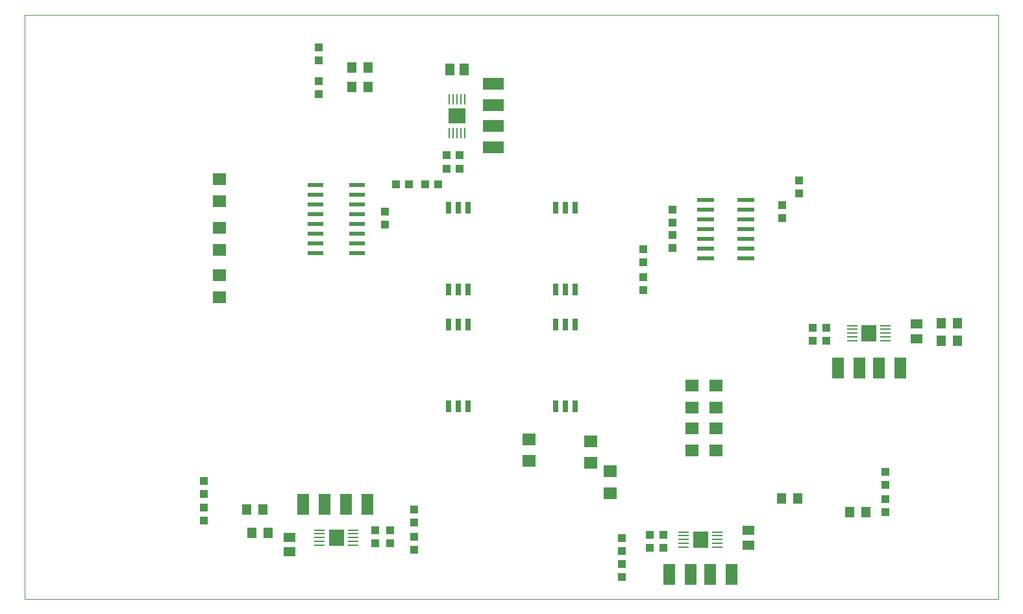
<source format=gtp>
G04 #@! TF.GenerationSoftware,KiCad,Pcbnew,(2018-01-07 revision 6cee19d37)-makepkg*
G04 #@! TF.CreationDate,2018-01-30T19:24:48-07:00*
G04 #@! TF.ProjectId,Copper Receiver Module,436F7070657220526563656976657220,0.1*
G04 #@! TF.SameCoordinates,Original*
G04 #@! TF.FileFunction,Paste,Top*
G04 #@! TF.FilePolarity,Positive*
%FSLAX46Y46*%
G04 Gerber Fmt 4.6, Leading zero omitted, Abs format (unit mm)*
G04 Created by KiCad (PCBNEW (2018-01-07 revision 6cee19d37)-makepkg) date 01/30/18 19:24:48*
%MOMM*%
%LPD*%
G01*
G04 APERTURE LIST*
%ADD10C,0.100000*%
%ADD11R,2.700000X1.600000*%
%ADD12R,1.600000X2.700000*%
%ADD13R,1.200000X1.350000*%
%ADD14R,2.159000X1.930400*%
%ADD15R,0.279400X1.397000*%
%ADD16R,1.100000X1.000000*%
%ADD17R,1.000000X1.100000*%
%ADD18R,1.300000X1.500000*%
%ADD19R,1.500000X1.300000*%
%ADD20R,1.930400X2.159000*%
%ADD21R,1.397000X0.279400*%
%ADD22R,2.057400X0.609600*%
%ADD23R,2.200000X0.600000*%
%ADD24R,0.762000X1.524000*%
%ADD25R,1.803000X1.600000*%
G04 APERTURE END LIST*
D10*
X190500000Y-50800000D02*
X63500000Y-50800000D01*
X190500000Y-127000000D02*
X190500000Y-50800000D01*
X63500000Y-127000000D02*
X190500000Y-127000000D01*
X63500000Y-50800000D02*
X63500000Y-127000000D01*
G36*
X120967500Y-63042800D02*
X118808500Y-63042800D01*
X118808500Y-64973200D01*
X120967500Y-64973200D01*
X120967500Y-63042800D01*
G37*
G36*
X152603200Y-120332500D02*
X152603200Y-118173500D01*
X150672800Y-118173500D01*
X150672800Y-120332500D01*
X152603200Y-120332500D01*
G37*
G36*
X103174800Y-117919500D02*
X103174800Y-120078500D01*
X105105200Y-120078500D01*
X105105200Y-117919500D01*
X103174800Y-117919500D01*
G37*
G36*
X174574200Y-93408500D02*
X174574200Y-91249500D01*
X172643800Y-91249500D01*
X172643800Y-93408500D01*
X174574200Y-93408500D01*
G37*
D11*
X124587000Y-65275000D03*
X124587000Y-68075000D03*
D12*
X172339000Y-96901000D03*
X169539000Y-96901000D03*
X150371000Y-123825000D03*
X147571000Y-123825000D03*
X105407000Y-114681000D03*
X108207000Y-114681000D03*
D13*
X106188000Y-57658000D03*
X108288000Y-57658000D03*
D14*
X119888000Y-64008000D03*
D15*
X120888759Y-66192400D03*
X120388381Y-66192400D03*
X119888000Y-66192400D03*
X119387619Y-66192400D03*
X118887241Y-66192400D03*
X118887241Y-61823600D03*
X119387619Y-61823600D03*
X119888000Y-61823600D03*
X120388381Y-61823600D03*
X120888759Y-61823600D03*
D16*
X141351000Y-124167000D03*
X141351000Y-122467000D03*
D17*
X175768000Y-110402000D03*
X175768000Y-112102000D03*
X86868000Y-116801000D03*
X86868000Y-115101000D03*
X101854000Y-61175000D03*
X101854000Y-59475000D03*
D16*
X117436000Y-72898000D03*
X115736000Y-72898000D03*
D17*
X144145000Y-81358000D03*
X144145000Y-83058000D03*
X141351000Y-119038000D03*
X141351000Y-120738000D03*
X114300000Y-115316000D03*
X114300000Y-117016000D03*
X111125000Y-118022000D03*
X111125000Y-119722000D03*
X145034000Y-120357000D03*
X145034000Y-118657000D03*
X166243000Y-93306000D03*
X166243000Y-91606000D03*
D16*
X120230000Y-70866000D03*
X118530000Y-70866000D03*
D11*
X124587000Y-62614000D03*
X124587000Y-59814000D03*
D18*
X118938000Y-57912000D03*
X120838000Y-57912000D03*
D19*
X179832000Y-91125000D03*
X179832000Y-93025000D03*
D12*
X174876000Y-96901000D03*
X177676000Y-96901000D03*
X152905000Y-123825000D03*
X155705000Y-123825000D03*
D19*
X157861000Y-118049000D03*
X157861000Y-119949000D03*
X98044000Y-120838000D03*
X98044000Y-118938000D03*
D12*
X102619000Y-114681000D03*
X99819000Y-114681000D03*
D20*
X151638000Y-119253000D03*
D21*
X149453600Y-120253759D03*
X149453600Y-119753381D03*
X149453600Y-119253000D03*
X149453600Y-118752619D03*
X149453600Y-118252241D03*
X153822400Y-118252241D03*
X153822400Y-118752619D03*
X153822400Y-119253000D03*
X153822400Y-119753381D03*
X153822400Y-120253759D03*
D20*
X104140000Y-118999000D03*
D21*
X106324400Y-117998241D03*
X106324400Y-118498619D03*
X106324400Y-118999000D03*
X106324400Y-119499381D03*
X106324400Y-119999759D03*
X101955600Y-119999759D03*
X101955600Y-119499381D03*
X101955600Y-118999000D03*
X101955600Y-118498619D03*
X101955600Y-117998241D03*
D20*
X173609000Y-92329000D03*
D21*
X171424600Y-93329759D03*
X171424600Y-92829381D03*
X171424600Y-92329000D03*
X171424600Y-91828619D03*
X171424600Y-91328241D03*
X175793400Y-91328241D03*
X175793400Y-91828619D03*
X175793400Y-92329000D03*
X175793400Y-92829381D03*
X175793400Y-93329759D03*
D22*
X106840000Y-73025000D03*
X106840000Y-74295000D03*
X106840000Y-75565000D03*
X106840000Y-76835000D03*
X106840000Y-78105000D03*
X106840000Y-79375000D03*
X106840000Y-80645000D03*
X106840000Y-81915000D03*
X101440000Y-81915000D03*
X101440000Y-80645000D03*
X101440000Y-79375000D03*
X101440000Y-78105000D03*
X101440000Y-76835000D03*
X101440000Y-75565000D03*
X101440000Y-74295000D03*
X101440000Y-73025000D03*
D23*
X157540000Y-82550000D03*
X157540000Y-80010000D03*
X152340000Y-82550000D03*
X152340000Y-80010000D03*
X157540000Y-81280000D03*
X152340000Y-81280000D03*
X157540000Y-78740000D03*
X157540000Y-77470000D03*
X157540000Y-74930000D03*
X152340000Y-78740000D03*
X152340000Y-77470000D03*
X152340000Y-74930000D03*
X157540000Y-76200000D03*
X152340000Y-76200000D03*
D24*
X118745000Y-75965000D03*
X120015000Y-75965000D03*
X121285000Y-75965000D03*
X132715000Y-86595000D03*
X133985000Y-86595000D03*
X135255000Y-86595000D03*
X135255000Y-75965000D03*
X133985000Y-75965000D03*
X132715000Y-75965000D03*
X121285000Y-86595000D03*
X120015000Y-86595000D03*
X118745000Y-86595000D03*
X118745000Y-91205000D03*
X120015000Y-91205000D03*
X121285000Y-91205000D03*
X132715000Y-101835000D03*
X133985000Y-101835000D03*
X135255000Y-101835000D03*
X135255000Y-91205000D03*
X133985000Y-91205000D03*
X132715000Y-91205000D03*
X121285000Y-101835000D03*
X120015000Y-101835000D03*
X118745000Y-101835000D03*
D13*
X106188000Y-60198000D03*
X108288000Y-60198000D03*
X185150000Y-93345000D03*
X183050000Y-93345000D03*
X185150000Y-91059000D03*
X183050000Y-91059000D03*
X173212000Y-115697000D03*
X171112000Y-115697000D03*
X164322000Y-113919000D03*
X162222000Y-113919000D03*
X92472000Y-115316000D03*
X94572000Y-115316000D03*
X93107000Y-118364000D03*
X95207000Y-118364000D03*
D25*
X88900000Y-72238000D03*
X88900000Y-75082000D03*
X88900000Y-78588000D03*
X88900000Y-81432000D03*
X88900000Y-84786000D03*
X88900000Y-87630000D03*
D16*
X110490000Y-76493000D03*
X110490000Y-78193000D03*
X162306000Y-77304000D03*
X162306000Y-75604000D03*
X164465000Y-74129000D03*
X164465000Y-72429000D03*
X147955000Y-76239000D03*
X147955000Y-77939000D03*
X147955000Y-81241000D03*
X147955000Y-79541000D03*
D25*
X153670000Y-102006000D03*
X153670000Y-99162000D03*
X153670000Y-107594000D03*
X153670000Y-104750000D03*
X150495000Y-102006000D03*
X150495000Y-99162000D03*
X150495000Y-107594000D03*
X150495000Y-104750000D03*
X137287000Y-106401000D03*
X137287000Y-109245000D03*
X139827000Y-110338000D03*
X139827000Y-113182000D03*
X129286000Y-106147000D03*
X129286000Y-108991000D03*
D16*
X175768000Y-115658000D03*
X175768000Y-113958000D03*
X86868000Y-111633000D03*
X86868000Y-113333000D03*
X101854000Y-55030000D03*
X101854000Y-56730000D03*
D17*
X111926000Y-72898000D03*
X113626000Y-72898000D03*
D16*
X144145000Y-86741000D03*
X144145000Y-85041000D03*
X114300000Y-118911000D03*
X114300000Y-120611000D03*
X109220000Y-119722000D03*
X109220000Y-118022000D03*
X146812000Y-118657000D03*
X146812000Y-120357000D03*
D17*
X118530000Y-69088000D03*
X120230000Y-69088000D03*
D16*
X168021000Y-91606000D03*
X168021000Y-93306000D03*
M02*

</source>
